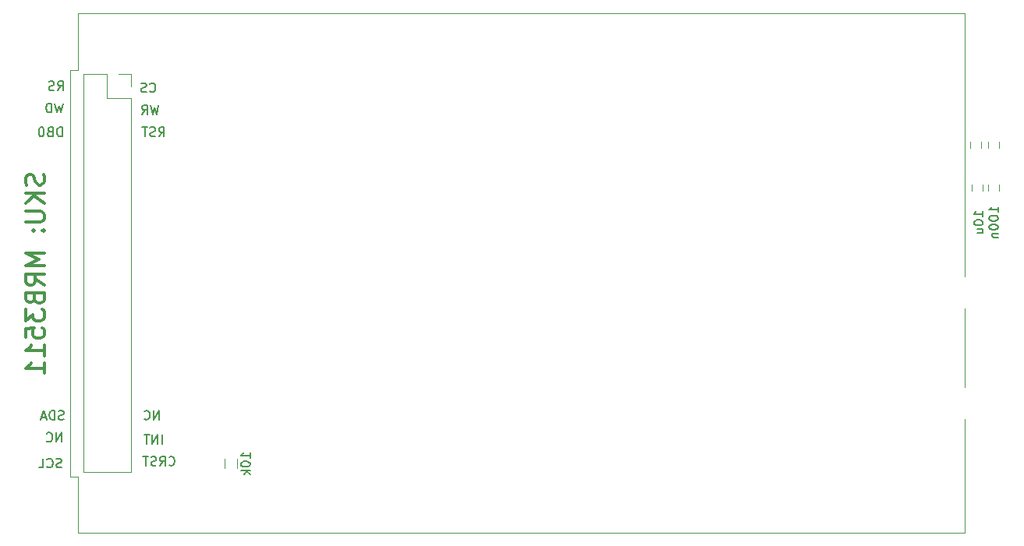
<source format=gbo>
G04 #@! TF.GenerationSoftware,KiCad,Pcbnew,(5.1.9)-1*
G04 #@! TF.CreationDate,2021-04-20T11:25:04+02:00*
G04 #@! TF.ProjectId,esp32-kaemmerlein-light-control,65737033-322d-46b6-9165-6d6d65726c65,rev?*
G04 #@! TF.SameCoordinates,Original*
G04 #@! TF.FileFunction,Legend,Bot*
G04 #@! TF.FilePolarity,Positive*
%FSLAX46Y46*%
G04 Gerber Fmt 4.6, Leading zero omitted, Abs format (unit mm)*
G04 Created by KiCad (PCBNEW (5.1.9)-1) date 2021-04-20 11:25:04*
%MOMM*%
%LPD*%
G01*
G04 APERTURE LIST*
%ADD10C,0.300000*%
%ADD11C,0.150000*%
%ADD12C,0.120000*%
%ADD13O,1.700000X1.700000*%
%ADD14R,1.700000X1.700000*%
%ADD15C,3.700000*%
%ADD16C,2.200000*%
%ADD17O,2.300000X1.500000*%
%ADD18R,2.300000X1.500000*%
%ADD19R,0.900000X0.500000*%
%ADD20O,1.800000X3.600000*%
%ADD21R,3.500000X3.500000*%
%ADD22C,4.000000*%
%ADD23C,1.600000*%
%ADD24R,1.600000X1.600000*%
%ADD25R,0.750000X0.800000*%
G04 APERTURE END LIST*
D10*
X47809523Y-109390476D02*
X47904761Y-109676190D01*
X47904761Y-110152380D01*
X47809523Y-110342857D01*
X47714285Y-110438095D01*
X47523809Y-110533333D01*
X47333333Y-110533333D01*
X47142857Y-110438095D01*
X47047619Y-110342857D01*
X46952380Y-110152380D01*
X46857142Y-109771428D01*
X46761904Y-109580952D01*
X46666666Y-109485714D01*
X46476190Y-109390476D01*
X46285714Y-109390476D01*
X46095238Y-109485714D01*
X46000000Y-109580952D01*
X45904761Y-109771428D01*
X45904761Y-110247619D01*
X46000000Y-110533333D01*
X47904761Y-111390476D02*
X45904761Y-111390476D01*
X47904761Y-112533333D02*
X46761904Y-111676190D01*
X45904761Y-112533333D02*
X47047619Y-111390476D01*
X45904761Y-113390476D02*
X47523809Y-113390476D01*
X47714285Y-113485714D01*
X47809523Y-113580952D01*
X47904761Y-113771428D01*
X47904761Y-114152380D01*
X47809523Y-114342857D01*
X47714285Y-114438095D01*
X47523809Y-114533333D01*
X45904761Y-114533333D01*
X47714285Y-115485714D02*
X47809523Y-115580952D01*
X47904761Y-115485714D01*
X47809523Y-115390476D01*
X47714285Y-115485714D01*
X47904761Y-115485714D01*
X46666666Y-115485714D02*
X46761904Y-115580952D01*
X46857142Y-115485714D01*
X46761904Y-115390476D01*
X46666666Y-115485714D01*
X46857142Y-115485714D01*
X47904761Y-117961904D02*
X45904761Y-117961904D01*
X47333333Y-118628571D01*
X45904761Y-119295238D01*
X47904761Y-119295238D01*
X47904761Y-121390476D02*
X46952380Y-120723809D01*
X47904761Y-120247619D02*
X45904761Y-120247619D01*
X45904761Y-121009523D01*
X46000000Y-121200000D01*
X46095238Y-121295238D01*
X46285714Y-121390476D01*
X46571428Y-121390476D01*
X46761904Y-121295238D01*
X46857142Y-121200000D01*
X46952380Y-121009523D01*
X46952380Y-120247619D01*
X46857142Y-122914285D02*
X46952380Y-123200000D01*
X47047619Y-123295238D01*
X47238095Y-123390476D01*
X47523809Y-123390476D01*
X47714285Y-123295238D01*
X47809523Y-123200000D01*
X47904761Y-123009523D01*
X47904761Y-122247619D01*
X45904761Y-122247619D01*
X45904761Y-122914285D01*
X46000000Y-123104761D01*
X46095238Y-123200000D01*
X46285714Y-123295238D01*
X46476190Y-123295238D01*
X46666666Y-123200000D01*
X46761904Y-123104761D01*
X46857142Y-122914285D01*
X46857142Y-122247619D01*
X45904761Y-124057142D02*
X45904761Y-125295238D01*
X46666666Y-124628571D01*
X46666666Y-124914285D01*
X46761904Y-125104761D01*
X46857142Y-125200000D01*
X47047619Y-125295238D01*
X47523809Y-125295238D01*
X47714285Y-125200000D01*
X47809523Y-125104761D01*
X47904761Y-124914285D01*
X47904761Y-124342857D01*
X47809523Y-124152380D01*
X47714285Y-124057142D01*
X45904761Y-127104761D02*
X45904761Y-126152380D01*
X46857142Y-126057142D01*
X46761904Y-126152380D01*
X46666666Y-126342857D01*
X46666666Y-126819047D01*
X46761904Y-127009523D01*
X46857142Y-127104761D01*
X47047619Y-127200000D01*
X47523809Y-127200000D01*
X47714285Y-127104761D01*
X47809523Y-127009523D01*
X47904761Y-126819047D01*
X47904761Y-126342857D01*
X47809523Y-126152380D01*
X47714285Y-126057142D01*
X47904761Y-129104761D02*
X47904761Y-127961904D01*
X47904761Y-128533333D02*
X45904761Y-128533333D01*
X46190476Y-128342857D01*
X46380952Y-128152380D01*
X46476190Y-127961904D01*
X47904761Y-131009523D02*
X47904761Y-129866666D01*
X47904761Y-130438095D02*
X45904761Y-130438095D01*
X46190476Y-130247619D01*
X46380952Y-130057142D01*
X46476190Y-129866666D01*
D11*
X149827380Y-113957142D02*
X149827380Y-113385714D01*
X149827380Y-113671428D02*
X148827380Y-113671428D01*
X148970238Y-113576190D01*
X149065476Y-113480952D01*
X149113095Y-113385714D01*
X148827380Y-114576190D02*
X148827380Y-114671428D01*
X148875000Y-114766666D01*
X148922619Y-114814285D01*
X149017857Y-114861904D01*
X149208333Y-114909523D01*
X149446428Y-114909523D01*
X149636904Y-114861904D01*
X149732142Y-114814285D01*
X149779761Y-114766666D01*
X149827380Y-114671428D01*
X149827380Y-114576190D01*
X149779761Y-114480952D01*
X149732142Y-114433333D01*
X149636904Y-114385714D01*
X149446428Y-114338095D01*
X149208333Y-114338095D01*
X149017857Y-114385714D01*
X148922619Y-114433333D01*
X148875000Y-114480952D01*
X148827380Y-114576190D01*
X149160714Y-115766666D02*
X149827380Y-115766666D01*
X149160714Y-115338095D02*
X149684523Y-115338095D01*
X149779761Y-115385714D01*
X149827380Y-115480952D01*
X149827380Y-115623809D01*
X149779761Y-115719047D01*
X149732142Y-115766666D01*
X151477380Y-113480952D02*
X151477380Y-112909523D01*
X151477380Y-113195238D02*
X150477380Y-113195238D01*
X150620238Y-113100000D01*
X150715476Y-113004761D01*
X150763095Y-112909523D01*
X150477380Y-114100000D02*
X150477380Y-114195238D01*
X150525000Y-114290476D01*
X150572619Y-114338095D01*
X150667857Y-114385714D01*
X150858333Y-114433333D01*
X151096428Y-114433333D01*
X151286904Y-114385714D01*
X151382142Y-114338095D01*
X151429761Y-114290476D01*
X151477380Y-114195238D01*
X151477380Y-114100000D01*
X151429761Y-114004761D01*
X151382142Y-113957142D01*
X151286904Y-113909523D01*
X151096428Y-113861904D01*
X150858333Y-113861904D01*
X150667857Y-113909523D01*
X150572619Y-113957142D01*
X150525000Y-114004761D01*
X150477380Y-114100000D01*
X150477380Y-115052380D02*
X150477380Y-115147619D01*
X150525000Y-115242857D01*
X150572619Y-115290476D01*
X150667857Y-115338095D01*
X150858333Y-115385714D01*
X151096428Y-115385714D01*
X151286904Y-115338095D01*
X151382142Y-115290476D01*
X151429761Y-115242857D01*
X151477380Y-115147619D01*
X151477380Y-115052380D01*
X151429761Y-114957142D01*
X151382142Y-114909523D01*
X151286904Y-114861904D01*
X151096428Y-114814285D01*
X150858333Y-114814285D01*
X150667857Y-114861904D01*
X150572619Y-114909523D01*
X150525000Y-114957142D01*
X150477380Y-115052380D01*
X150810714Y-115814285D02*
X151477380Y-115814285D01*
X150905952Y-115814285D02*
X150858333Y-115861904D01*
X150810714Y-115957142D01*
X150810714Y-116100000D01*
X150858333Y-116195238D01*
X150953571Y-116242857D01*
X151477380Y-116242857D01*
X70252380Y-140204761D02*
X70252380Y-139633333D01*
X70252380Y-139919047D02*
X69252380Y-139919047D01*
X69395238Y-139823809D01*
X69490476Y-139728571D01*
X69538095Y-139633333D01*
X69252380Y-140823809D02*
X69252380Y-140919047D01*
X69300000Y-141014285D01*
X69347619Y-141061904D01*
X69442857Y-141109523D01*
X69633333Y-141157142D01*
X69871428Y-141157142D01*
X70061904Y-141109523D01*
X70157142Y-141061904D01*
X70204761Y-141014285D01*
X70252380Y-140919047D01*
X70252380Y-140823809D01*
X70204761Y-140728571D01*
X70157142Y-140680952D01*
X70061904Y-140633333D01*
X69871428Y-140585714D01*
X69633333Y-140585714D01*
X69442857Y-140633333D01*
X69347619Y-140680952D01*
X69300000Y-140728571D01*
X69252380Y-140823809D01*
X70252380Y-141585714D02*
X69252380Y-141585714D01*
X69871428Y-141680952D02*
X70252380Y-141966666D01*
X69585714Y-141966666D02*
X69966666Y-141585714D01*
X60385714Y-136052380D02*
X60385714Y-135052380D01*
X59814285Y-136052380D01*
X59814285Y-135052380D01*
X58766666Y-135957142D02*
X58814285Y-136004761D01*
X58957142Y-136052380D01*
X59052380Y-136052380D01*
X59195238Y-136004761D01*
X59290476Y-135909523D01*
X59338095Y-135814285D01*
X59385714Y-135623809D01*
X59385714Y-135480952D01*
X59338095Y-135290476D01*
X59290476Y-135195238D01*
X59195238Y-135100000D01*
X59052380Y-135052380D01*
X58957142Y-135052380D01*
X58814285Y-135100000D01*
X58766666Y-135147619D01*
X49785714Y-138452380D02*
X49785714Y-137452380D01*
X49214285Y-138452380D01*
X49214285Y-137452380D01*
X48166666Y-138357142D02*
X48214285Y-138404761D01*
X48357142Y-138452380D01*
X48452380Y-138452380D01*
X48595238Y-138404761D01*
X48690476Y-138309523D01*
X48738095Y-138214285D01*
X48785714Y-138023809D01*
X48785714Y-137880952D01*
X48738095Y-137690476D01*
X48690476Y-137595238D01*
X48595238Y-137500000D01*
X48452380Y-137452380D01*
X48357142Y-137452380D01*
X48214285Y-137500000D01*
X48166666Y-137547619D01*
X49838095Y-105252380D02*
X49838095Y-104252380D01*
X49600000Y-104252380D01*
X49457142Y-104300000D01*
X49361904Y-104395238D01*
X49314285Y-104490476D01*
X49266666Y-104680952D01*
X49266666Y-104823809D01*
X49314285Y-105014285D01*
X49361904Y-105109523D01*
X49457142Y-105204761D01*
X49600000Y-105252380D01*
X49838095Y-105252380D01*
X48504761Y-104728571D02*
X48361904Y-104776190D01*
X48314285Y-104823809D01*
X48266666Y-104919047D01*
X48266666Y-105061904D01*
X48314285Y-105157142D01*
X48361904Y-105204761D01*
X48457142Y-105252380D01*
X48838095Y-105252380D01*
X48838095Y-104252380D01*
X48504761Y-104252380D01*
X48409523Y-104300000D01*
X48361904Y-104347619D01*
X48314285Y-104442857D01*
X48314285Y-104538095D01*
X48361904Y-104633333D01*
X48409523Y-104680952D01*
X48504761Y-104728571D01*
X48838095Y-104728571D01*
X47647619Y-104252380D02*
X47552380Y-104252380D01*
X47457142Y-104300000D01*
X47409523Y-104347619D01*
X47361904Y-104442857D01*
X47314285Y-104633333D01*
X47314285Y-104871428D01*
X47361904Y-105061904D01*
X47409523Y-105157142D01*
X47457142Y-105204761D01*
X47552380Y-105252380D01*
X47647619Y-105252380D01*
X47742857Y-105204761D01*
X47790476Y-105157142D01*
X47838095Y-105061904D01*
X47885714Y-104871428D01*
X47885714Y-104633333D01*
X47838095Y-104442857D01*
X47790476Y-104347619D01*
X47742857Y-104300000D01*
X47647619Y-104252380D01*
X49928571Y-101652380D02*
X49690476Y-102652380D01*
X49500000Y-101938095D01*
X49309523Y-102652380D01*
X49071428Y-101652380D01*
X48690476Y-102652380D02*
X48690476Y-101652380D01*
X48452380Y-101652380D01*
X48309523Y-101700000D01*
X48214285Y-101795238D01*
X48166666Y-101890476D01*
X48119047Y-102080952D01*
X48119047Y-102223809D01*
X48166666Y-102414285D01*
X48214285Y-102509523D01*
X48309523Y-102604761D01*
X48452380Y-102652380D01*
X48690476Y-102652380D01*
X49366666Y-100252380D02*
X49700000Y-99776190D01*
X49938095Y-100252380D02*
X49938095Y-99252380D01*
X49557142Y-99252380D01*
X49461904Y-99300000D01*
X49414285Y-99347619D01*
X49366666Y-99442857D01*
X49366666Y-99585714D01*
X49414285Y-99680952D01*
X49461904Y-99728571D01*
X49557142Y-99776190D01*
X49938095Y-99776190D01*
X48985714Y-100204761D02*
X48842857Y-100252380D01*
X48604761Y-100252380D01*
X48509523Y-100204761D01*
X48461904Y-100157142D01*
X48414285Y-100061904D01*
X48414285Y-99966666D01*
X48461904Y-99871428D01*
X48509523Y-99823809D01*
X48604761Y-99776190D01*
X48795238Y-99728571D01*
X48890476Y-99680952D01*
X48938095Y-99633333D01*
X48985714Y-99538095D01*
X48985714Y-99442857D01*
X48938095Y-99347619D01*
X48890476Y-99300000D01*
X48795238Y-99252380D01*
X48557142Y-99252380D01*
X48414285Y-99300000D01*
X50014285Y-136004761D02*
X49871428Y-136052380D01*
X49633333Y-136052380D01*
X49538095Y-136004761D01*
X49490476Y-135957142D01*
X49442857Y-135861904D01*
X49442857Y-135766666D01*
X49490476Y-135671428D01*
X49538095Y-135623809D01*
X49633333Y-135576190D01*
X49823809Y-135528571D01*
X49919047Y-135480952D01*
X49966666Y-135433333D01*
X50014285Y-135338095D01*
X50014285Y-135242857D01*
X49966666Y-135147619D01*
X49919047Y-135100000D01*
X49823809Y-135052380D01*
X49585714Y-135052380D01*
X49442857Y-135100000D01*
X49014285Y-136052380D02*
X49014285Y-135052380D01*
X48776190Y-135052380D01*
X48633333Y-135100000D01*
X48538095Y-135195238D01*
X48490476Y-135290476D01*
X48442857Y-135480952D01*
X48442857Y-135623809D01*
X48490476Y-135814285D01*
X48538095Y-135909523D01*
X48633333Y-136004761D01*
X48776190Y-136052380D01*
X49014285Y-136052380D01*
X48061904Y-135766666D02*
X47585714Y-135766666D01*
X48157142Y-136052380D02*
X47823809Y-135052380D01*
X47490476Y-136052380D01*
X49790476Y-141204761D02*
X49647619Y-141252380D01*
X49409523Y-141252380D01*
X49314285Y-141204761D01*
X49266666Y-141157142D01*
X49219047Y-141061904D01*
X49219047Y-140966666D01*
X49266666Y-140871428D01*
X49314285Y-140823809D01*
X49409523Y-140776190D01*
X49600000Y-140728571D01*
X49695238Y-140680952D01*
X49742857Y-140633333D01*
X49790476Y-140538095D01*
X49790476Y-140442857D01*
X49742857Y-140347619D01*
X49695238Y-140300000D01*
X49600000Y-140252380D01*
X49361904Y-140252380D01*
X49219047Y-140300000D01*
X48219047Y-141157142D02*
X48266666Y-141204761D01*
X48409523Y-141252380D01*
X48504761Y-141252380D01*
X48647619Y-141204761D01*
X48742857Y-141109523D01*
X48790476Y-141014285D01*
X48838095Y-140823809D01*
X48838095Y-140680952D01*
X48790476Y-140490476D01*
X48742857Y-140395238D01*
X48647619Y-140300000D01*
X48504761Y-140252380D01*
X48409523Y-140252380D01*
X48266666Y-140300000D01*
X48219047Y-140347619D01*
X47314285Y-141252380D02*
X47790476Y-141252380D01*
X47790476Y-140252380D01*
X60704761Y-138652380D02*
X60704761Y-137652380D01*
X60228571Y-138652380D02*
X60228571Y-137652380D01*
X59657142Y-138652380D01*
X59657142Y-137652380D01*
X59323809Y-137652380D02*
X58752380Y-137652380D01*
X59038095Y-138652380D02*
X59038095Y-137652380D01*
X61447619Y-140957142D02*
X61495238Y-141004761D01*
X61638095Y-141052380D01*
X61733333Y-141052380D01*
X61876190Y-141004761D01*
X61971428Y-140909523D01*
X62019047Y-140814285D01*
X62066666Y-140623809D01*
X62066666Y-140480952D01*
X62019047Y-140290476D01*
X61971428Y-140195238D01*
X61876190Y-140100000D01*
X61733333Y-140052380D01*
X61638095Y-140052380D01*
X61495238Y-140100000D01*
X61447619Y-140147619D01*
X60447619Y-141052380D02*
X60780952Y-140576190D01*
X61019047Y-141052380D02*
X61019047Y-140052380D01*
X60638095Y-140052380D01*
X60542857Y-140100000D01*
X60495238Y-140147619D01*
X60447619Y-140242857D01*
X60447619Y-140385714D01*
X60495238Y-140480952D01*
X60542857Y-140528571D01*
X60638095Y-140576190D01*
X61019047Y-140576190D01*
X60066666Y-141004761D02*
X59923809Y-141052380D01*
X59685714Y-141052380D01*
X59590476Y-141004761D01*
X59542857Y-140957142D01*
X59495238Y-140861904D01*
X59495238Y-140766666D01*
X59542857Y-140671428D01*
X59590476Y-140623809D01*
X59685714Y-140576190D01*
X59876190Y-140528571D01*
X59971428Y-140480952D01*
X60019047Y-140433333D01*
X60066666Y-140338095D01*
X60066666Y-140242857D01*
X60019047Y-140147619D01*
X59971428Y-140100000D01*
X59876190Y-140052380D01*
X59638095Y-140052380D01*
X59495238Y-140100000D01*
X59209523Y-140052380D02*
X58638095Y-140052380D01*
X58923809Y-141052380D02*
X58923809Y-140052380D01*
X60347619Y-105252380D02*
X60680952Y-104776190D01*
X60919047Y-105252380D02*
X60919047Y-104252380D01*
X60538095Y-104252380D01*
X60442857Y-104300000D01*
X60395238Y-104347619D01*
X60347619Y-104442857D01*
X60347619Y-104585714D01*
X60395238Y-104680952D01*
X60442857Y-104728571D01*
X60538095Y-104776190D01*
X60919047Y-104776190D01*
X59966666Y-105204761D02*
X59823809Y-105252380D01*
X59585714Y-105252380D01*
X59490476Y-105204761D01*
X59442857Y-105157142D01*
X59395238Y-105061904D01*
X59395238Y-104966666D01*
X59442857Y-104871428D01*
X59490476Y-104823809D01*
X59585714Y-104776190D01*
X59776190Y-104728571D01*
X59871428Y-104680952D01*
X59919047Y-104633333D01*
X59966666Y-104538095D01*
X59966666Y-104442857D01*
X59919047Y-104347619D01*
X59871428Y-104300000D01*
X59776190Y-104252380D01*
X59538095Y-104252380D01*
X59395238Y-104300000D01*
X59109523Y-104252380D02*
X58538095Y-104252380D01*
X58823809Y-105252380D02*
X58823809Y-104252380D01*
X60328571Y-101852380D02*
X60090476Y-102852380D01*
X59900000Y-102138095D01*
X59709523Y-102852380D01*
X59471428Y-101852380D01*
X58519047Y-102852380D02*
X58852380Y-102376190D01*
X59090476Y-102852380D02*
X59090476Y-101852380D01*
X58709523Y-101852380D01*
X58614285Y-101900000D01*
X58566666Y-101947619D01*
X58519047Y-102042857D01*
X58519047Y-102185714D01*
X58566666Y-102280952D01*
X58614285Y-102328571D01*
X58709523Y-102376190D01*
X59090476Y-102376190D01*
X59366666Y-100357142D02*
X59414285Y-100404761D01*
X59557142Y-100452380D01*
X59652380Y-100452380D01*
X59795238Y-100404761D01*
X59890476Y-100309523D01*
X59938095Y-100214285D01*
X59985714Y-100023809D01*
X59985714Y-99880952D01*
X59938095Y-99690476D01*
X59890476Y-99595238D01*
X59795238Y-99500000D01*
X59652380Y-99452380D01*
X59557142Y-99452380D01*
X59414285Y-99500000D01*
X59366666Y-99547619D01*
X58985714Y-100404761D02*
X58842857Y-100452380D01*
X58604761Y-100452380D01*
X58509523Y-100404761D01*
X58461904Y-100357142D01*
X58414285Y-100261904D01*
X58414285Y-100166666D01*
X58461904Y-100071428D01*
X58509523Y-100023809D01*
X58604761Y-99976190D01*
X58795238Y-99928571D01*
X58890476Y-99880952D01*
X58938095Y-99833333D01*
X58985714Y-99738095D01*
X58985714Y-99642857D01*
X58938095Y-99547619D01*
X58890476Y-99500000D01*
X58795238Y-99452380D01*
X58557142Y-99452380D01*
X58414285Y-99500000D01*
D12*
X147800000Y-91900000D02*
X145100000Y-91900000D01*
X147800000Y-148300000D02*
X145100000Y-148300000D01*
X147800000Y-91900000D02*
X147800000Y-148300000D01*
X51600000Y-91900000D02*
X147800000Y-91900000D01*
X51600000Y-148300000D02*
X147800000Y-148300000D01*
X50700000Y-98000000D02*
X51600000Y-98000000D01*
X50700000Y-142200000D02*
X50700000Y-98000000D01*
X51600000Y-142200000D02*
X50700000Y-142200000D01*
X51600000Y-98000000D02*
X51600000Y-91900000D01*
X51600000Y-142200000D02*
X51600000Y-148300000D01*
X67520000Y-140300000D02*
X67520000Y-141300000D01*
X68880000Y-141300000D02*
X68880000Y-140300000D01*
X57330000Y-141770000D02*
X52130000Y-141770000D01*
X57330000Y-101070000D02*
X57330000Y-141770000D01*
X52130000Y-98470000D02*
X52130000Y-141770000D01*
X57330000Y-101070000D02*
X54730000Y-101070000D01*
X54730000Y-101070000D02*
X54730000Y-98470000D01*
X54730000Y-98470000D02*
X52130000Y-98470000D01*
X57330000Y-99800000D02*
X57330000Y-98470000D01*
X57330000Y-98470000D02*
X56000000Y-98470000D01*
X151600000Y-111150000D02*
X151600000Y-110450000D01*
X150400000Y-110450000D02*
X150400000Y-111150000D01*
X149800000Y-111150000D02*
X149800000Y-110450000D01*
X148600000Y-110450000D02*
X148600000Y-111150000D01*
X151600000Y-106550000D02*
X151600000Y-105850000D01*
X150400000Y-105850000D02*
X150400000Y-106550000D01*
X149600000Y-106550000D02*
X149600000Y-105850000D01*
X148400000Y-105850000D02*
X148400000Y-106550000D01*
%LPC*%
D13*
X113200000Y-125900000D03*
X113200000Y-123360000D03*
X113200000Y-120820000D03*
X113200000Y-118280000D03*
X113200000Y-115740000D03*
D14*
X113200000Y-113200000D03*
D15*
X46000000Y-146000000D03*
X46000000Y-94000000D03*
X154000000Y-146000000D03*
X154000000Y-94000000D03*
D16*
X145100000Y-144500000D03*
X145100000Y-95700000D03*
D17*
X153800000Y-112080000D03*
X153800000Y-109540000D03*
D18*
X153800000Y-107000000D03*
D19*
X68200000Y-140050000D03*
X68200000Y-141550000D03*
D20*
X104620000Y-95000000D03*
X100810000Y-95000000D03*
G36*
G01*
X96100000Y-96550000D02*
X96100000Y-93450000D01*
G75*
G02*
X96350000Y-93200000I250000J0D01*
G01*
X97650000Y-93200000D01*
G75*
G02*
X97900000Y-93450000I0J-250000D01*
G01*
X97900000Y-96550000D01*
G75*
G02*
X97650000Y-96800000I-250000J0D01*
G01*
X96350000Y-96800000D01*
G75*
G02*
X96100000Y-96550000I0J250000D01*
G01*
G37*
X72620000Y-95000000D03*
X68810000Y-95000000D03*
G36*
G01*
X64100000Y-96550000D02*
X64100000Y-93450000D01*
G75*
G02*
X64350000Y-93200000I250000J0D01*
G01*
X65650000Y-93200000D01*
G75*
G02*
X65900000Y-93450000I0J-250000D01*
G01*
X65900000Y-96550000D01*
G75*
G02*
X65650000Y-96800000I-250000J0D01*
G01*
X64350000Y-96800000D01*
G75*
G02*
X64100000Y-96550000I0J250000D01*
G01*
G37*
X88620000Y-95000000D03*
X84810000Y-95000000D03*
G36*
G01*
X80100000Y-96550000D02*
X80100000Y-93450000D01*
G75*
G02*
X80350000Y-93200000I250000J0D01*
G01*
X81650000Y-93200000D01*
G75*
G02*
X81900000Y-93450000I0J-250000D01*
G01*
X81900000Y-96550000D01*
G75*
G02*
X81650000Y-96800000I-250000J0D01*
G01*
X80350000Y-96800000D01*
G75*
G02*
X80100000Y-96550000I0J250000D01*
G01*
G37*
D13*
X124880000Y-146000000D03*
X122340000Y-146000000D03*
D14*
X119800000Y-146000000D03*
D13*
X112480000Y-146000000D03*
X109940000Y-146000000D03*
D14*
X107400000Y-146000000D03*
G36*
G01*
X128425000Y-99250000D02*
X130175000Y-99250000D01*
G75*
G02*
X131050000Y-100125000I0J-875000D01*
G01*
X131050000Y-101875000D01*
G75*
G02*
X130175000Y-102750000I-875000J0D01*
G01*
X128425000Y-102750000D01*
G75*
G02*
X127550000Y-101875000I0J875000D01*
G01*
X127550000Y-100125000D01*
G75*
G02*
X128425000Y-99250000I875000J0D01*
G01*
G37*
G36*
G01*
X133000000Y-96500000D02*
X135000000Y-96500000D01*
G75*
G02*
X135750000Y-97250000I0J-750000D01*
G01*
X135750000Y-98750000D01*
G75*
G02*
X135000000Y-99500000I-750000J0D01*
G01*
X133000000Y-99500000D01*
G75*
G02*
X132250000Y-98750000I0J750000D01*
G01*
X132250000Y-97250000D01*
G75*
G02*
X133000000Y-96500000I750000J0D01*
G01*
G37*
D21*
X134000000Y-104000000D03*
D13*
X53460000Y-140440000D03*
X56000000Y-140440000D03*
X53460000Y-137900000D03*
X56000000Y-137900000D03*
X53460000Y-135360000D03*
X56000000Y-135360000D03*
X53460000Y-132820000D03*
X56000000Y-132820000D03*
X53460000Y-130280000D03*
X56000000Y-130280000D03*
X53460000Y-127740000D03*
X56000000Y-127740000D03*
X53460000Y-125200000D03*
X56000000Y-125200000D03*
X53460000Y-122660000D03*
X56000000Y-122660000D03*
X53460000Y-120120000D03*
X56000000Y-120120000D03*
X53460000Y-117580000D03*
X56000000Y-117580000D03*
X53460000Y-115040000D03*
X56000000Y-115040000D03*
X53460000Y-112500000D03*
X56000000Y-112500000D03*
X53460000Y-109960000D03*
X56000000Y-109960000D03*
X53460000Y-107420000D03*
X56000000Y-107420000D03*
X53460000Y-104880000D03*
X56000000Y-104880000D03*
X53460000Y-102340000D03*
X56000000Y-102340000D03*
X53460000Y-99800000D03*
D14*
X56000000Y-99800000D03*
D20*
X120810000Y-95000000D03*
G36*
G01*
X116100000Y-96550000D02*
X116100000Y-93450000D01*
G75*
G02*
X116350000Y-93200000I250000J0D01*
G01*
X117650000Y-93200000D01*
G75*
G02*
X117900000Y-93450000I0J-250000D01*
G01*
X117900000Y-96550000D01*
G75*
G02*
X117650000Y-96800000I-250000J0D01*
G01*
X116350000Y-96800000D01*
G75*
G02*
X116100000Y-96550000I0J250000D01*
G01*
G37*
D13*
X132320000Y-146000000D03*
X134860000Y-146000000D03*
D14*
X137400000Y-146000000D03*
D22*
X146860000Y-122250000D03*
X146860000Y-134250000D03*
D23*
X144000000Y-127000000D03*
X144000000Y-129500000D03*
X142000000Y-129500000D03*
D24*
X142000000Y-127000000D03*
D25*
X151000000Y-110050000D03*
X151000000Y-111550000D03*
X149200000Y-110050000D03*
X149200000Y-111550000D03*
X151000000Y-105450000D03*
X151000000Y-106950000D03*
X149000000Y-105450000D03*
X149000000Y-106950000D03*
M02*

</source>
